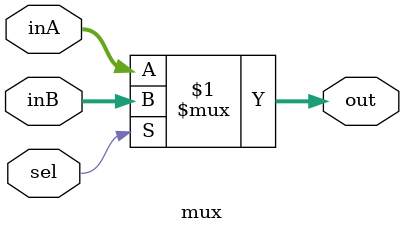
<source format=v>
module mux
		#(parameter N = 32)
		(inA, inB, sel, out);
	
	input wire [N - 1:0] inA;
	input wire [N - 1:0] inB;
	input wire sel;

	output wire [N - 1:0] out;

	assign out = (sel) ? inB : inA;
endmodule

</source>
